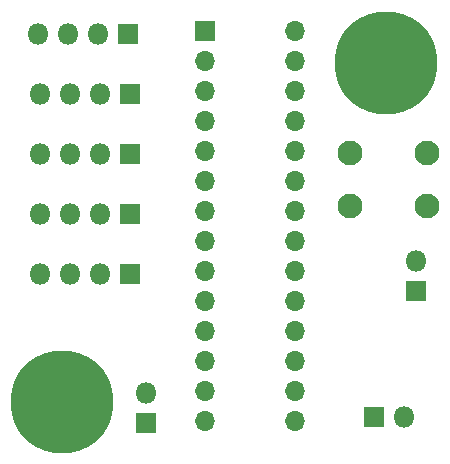
<source format=gbr>
%TF.GenerationSoftware,KiCad,Pcbnew,(5.1.6)-1*%
%TF.CreationDate,2020-09-06T00:09:38+02:00*%
%TF.ProjectId,gpioexpander4,6770696f-6578-4706-916e-646572342e6b,rev?*%
%TF.SameCoordinates,Original*%
%TF.FileFunction,Soldermask,Top*%
%TF.FilePolarity,Negative*%
%FSLAX46Y46*%
G04 Gerber Fmt 4.6, Leading zero omitted, Abs format (unit mm)*
G04 Created by KiCad (PCBNEW (5.1.6)-1) date 2020-09-06 00:09:38*
%MOMM*%
%LPD*%
G01*
G04 APERTURE LIST*
%ADD10C,2.100000*%
%ADD11C,8.700000*%
%ADD12O,1.700000X1.700000*%
%ADD13R,1.700000X1.700000*%
%ADD14O,1.800000X1.800000*%
%ADD15R,1.800000X1.800000*%
G04 APERTURE END LIST*
D10*
%TO.C,SW1*%
X142644000Y-61468000D03*
X142644000Y-65968000D03*
X136144000Y-61468000D03*
X136144000Y-65968000D03*
%TD*%
D11*
%TO.C,H2*%
X111760000Y-82544400D03*
%TD*%
%TO.C,H1*%
X139192000Y-53848000D03*
%TD*%
D12*
%TO.C,U1*%
X131445000Y-51155000D03*
X123825000Y-84175000D03*
X131445000Y-53695000D03*
X123825000Y-81635000D03*
X131445000Y-56235000D03*
X123825000Y-79095000D03*
X131445000Y-58775000D03*
X123825000Y-76555000D03*
X131445000Y-61315000D03*
X123825000Y-74015000D03*
X131445000Y-63855000D03*
X123825000Y-71475000D03*
X131445000Y-66395000D03*
X123825000Y-68935000D03*
X131445000Y-68935000D03*
X123825000Y-66395000D03*
X131445000Y-71475000D03*
X123825000Y-63855000D03*
X131445000Y-74015000D03*
X123825000Y-61315000D03*
X131445000Y-76555000D03*
X123825000Y-58775000D03*
X131445000Y-79095000D03*
X123825000Y-56235000D03*
X131445000Y-81635000D03*
X123825000Y-53695000D03*
X131445000Y-84175000D03*
D13*
X123825000Y-51155000D03*
%TD*%
D14*
%TO.C,J8*%
X141732000Y-70612000D03*
D15*
X141732000Y-73152000D03*
%TD*%
D14*
%TO.C,J7*%
X109855000Y-71755000D03*
X112395000Y-71755000D03*
X114935000Y-71755000D03*
D15*
X117475000Y-71755000D03*
%TD*%
D14*
%TO.C,J6*%
X109855000Y-66675000D03*
X112395000Y-66675000D03*
X114935000Y-66675000D03*
D15*
X117475000Y-66675000D03*
%TD*%
D14*
%TO.C,J5*%
X109855000Y-61595000D03*
X112395000Y-61595000D03*
X114935000Y-61595000D03*
D15*
X117475000Y-61595000D03*
%TD*%
D14*
%TO.C,J4*%
X109855000Y-56515000D03*
X112395000Y-56515000D03*
X114935000Y-56515000D03*
D15*
X117475000Y-56515000D03*
%TD*%
D14*
%TO.C,J3*%
X109728000Y-51435000D03*
X112268000Y-51435000D03*
X114808000Y-51435000D03*
D15*
X117348000Y-51435000D03*
%TD*%
D14*
%TO.C,J2*%
X118872000Y-81788000D03*
D15*
X118872000Y-84328000D03*
%TD*%
D14*
%TO.C,J1*%
X140716000Y-83820000D03*
D15*
X138176000Y-83820000D03*
%TD*%
M02*

</source>
